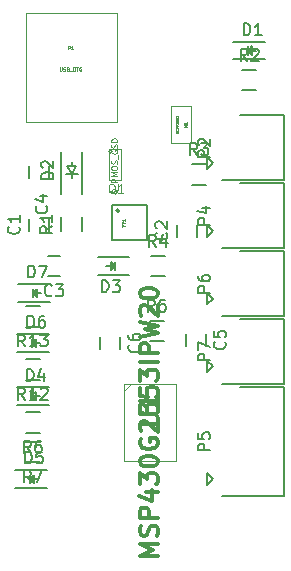
<source format=gto>
%TF.GenerationSoftware,KiCad,Pcbnew,4.0.2-stable*%
%TF.CreationDate,2016-06-26T16:54:10-05:00*%
%TF.ProjectId,knee,6B6E65652E6B696361645F7063620000,rev?*%
%TF.FileFunction,Legend,Top*%
%FSLAX46Y46*%
G04 Gerber Fmt 4.6, Leading zero omitted, Abs format (unit mm)*
G04 Created by KiCad (PCBNEW 4.0.2-stable) date 6/26/2016 4:54:10 PM*
%MOMM*%
G01*
G04 APERTURE LIST*
%ADD10C,0.100000*%
%ADD11C,0.150000*%
%ADD12C,0.001000*%
%ADD13C,0.078740*%
%ADD14C,0.075000*%
%ADD15C,0.050000*%
%ADD16C,0.074930*%
%ADD17C,0.076200*%
%ADD18C,0.119380*%
%ADD19C,0.099060*%
%ADD20C,0.304800*%
G04 APERTURE END LIST*
D10*
D11*
X188291421Y-55575000D02*
G75*
G03X188291421Y-55575000I-141421J0D01*
G01*
X190650000Y-55075000D02*
X190650000Y-58075000D01*
X190650000Y-58075000D02*
X187650000Y-58075000D01*
X187650000Y-58075000D02*
X187650000Y-55075000D01*
X187650000Y-55075000D02*
X190650000Y-55075000D01*
X180650000Y-56250000D02*
X180650000Y-57250000D01*
X182350000Y-57250000D02*
X182350000Y-56250000D01*
X193150000Y-56750000D02*
X193150000Y-57750000D01*
X194850000Y-57750000D02*
X194850000Y-56750000D01*
X182250000Y-61100000D02*
X183250000Y-61100000D01*
X183250000Y-59400000D02*
X182250000Y-59400000D01*
X182350000Y-52750000D02*
X182350000Y-51750000D01*
X180650000Y-51750000D02*
X180650000Y-52750000D01*
X195600000Y-67000000D02*
X195600000Y-66000000D01*
X193900000Y-66000000D02*
X193900000Y-67000000D01*
X188350000Y-67250000D02*
X188350000Y-66250000D01*
X186650000Y-66250000D02*
X186650000Y-67250000D01*
X197949020Y-42750000D02*
X200649020Y-42750000D01*
X197949020Y-41250000D02*
X200649020Y-41250000D01*
X199449020Y-42150000D02*
X199449020Y-41900000D01*
X199449020Y-41900000D02*
X199299020Y-42050000D01*
X199199020Y-41650000D02*
X199199020Y-42350000D01*
X199549020Y-42000000D02*
X199899020Y-42000000D01*
X199199020Y-42000000D02*
X199549020Y-41650000D01*
X199549020Y-41650000D02*
X199549020Y-42350000D01*
X199549020Y-42350000D02*
X199199020Y-42000000D01*
X184250000Y-51817500D02*
X184250000Y-51436500D01*
X184250000Y-52833500D02*
X184250000Y-52452500D01*
X184250000Y-52452500D02*
X183869000Y-51817500D01*
X183869000Y-51817500D02*
X184631000Y-51817500D01*
X184631000Y-51817500D02*
X184250000Y-52452500D01*
X183742000Y-52452500D02*
X184758000Y-52452500D01*
X185150000Y-54135000D02*
X185150000Y-50595000D01*
X183350000Y-54135000D02*
X183350000Y-50595000D01*
X189149020Y-59500000D02*
X186449020Y-59500000D01*
X189149020Y-61000000D02*
X186449020Y-61000000D01*
X187649020Y-60100000D02*
X187649020Y-60350000D01*
X187649020Y-60350000D02*
X187799020Y-60200000D01*
X187899020Y-60600000D02*
X187899020Y-59900000D01*
X187549020Y-60250000D02*
X187199020Y-60250000D01*
X187899020Y-60250000D02*
X187549020Y-60600000D01*
X187549020Y-60600000D02*
X187549020Y-59900000D01*
X187549020Y-59900000D02*
X187899020Y-60250000D01*
X179600980Y-72000000D02*
X182300980Y-72000000D01*
X179600980Y-70500000D02*
X182300980Y-70500000D01*
X181100980Y-71400000D02*
X181100980Y-71150000D01*
X181100980Y-71150000D02*
X180950980Y-71300000D01*
X180850980Y-70900000D02*
X180850980Y-71600000D01*
X181200980Y-71250000D02*
X181550980Y-71250000D01*
X180850980Y-71250000D02*
X181200980Y-70900000D01*
X181200980Y-70900000D02*
X181200980Y-71600000D01*
X181200980Y-71600000D02*
X180850980Y-71250000D01*
X179449020Y-79000000D02*
X182149020Y-79000000D01*
X179449020Y-77500000D02*
X182149020Y-77500000D01*
X180949020Y-78400000D02*
X180949020Y-78150000D01*
X180949020Y-78150000D02*
X180799020Y-78300000D01*
X180699020Y-77900000D02*
X180699020Y-78600000D01*
X181049020Y-78250000D02*
X181399020Y-78250000D01*
X180699020Y-78250000D02*
X181049020Y-77900000D01*
X181049020Y-77900000D02*
X181049020Y-78600000D01*
X181049020Y-78600000D02*
X180699020Y-78250000D01*
D12*
X192700220Y-49799400D02*
X192700220Y-46700600D01*
X192700220Y-46700600D02*
X194402020Y-46700600D01*
X194402020Y-46700600D02*
X194402020Y-49799400D01*
X194402020Y-49799400D02*
X192700220Y-49799400D01*
X180399360Y-38850220D02*
X188100640Y-38850220D01*
X188100640Y-38850220D02*
X188100640Y-48050100D01*
X188100640Y-48050100D02*
X180399360Y-48050100D01*
X180399360Y-48050100D02*
X180399360Y-38850220D01*
D13*
X187705870Y-50526480D02*
G75*
G03X187705870Y-50526480I-159070J0D01*
G01*
X188405320Y-52972500D02*
X187389320Y-52972500D01*
X188405320Y-50369000D02*
X187389320Y-50369000D01*
X187389320Y-52972500D02*
X187389320Y-50369000D01*
X188405320Y-50369000D02*
X188405320Y-52972500D01*
D11*
X185125000Y-56100000D02*
X185125000Y-57300000D01*
X183375000Y-57300000D02*
X183375000Y-56100000D01*
X199900000Y-45375000D02*
X198700000Y-45375000D01*
X198700000Y-43625000D02*
X199900000Y-43625000D01*
X195650000Y-53375000D02*
X194450000Y-53375000D01*
X194450000Y-51625000D02*
X195650000Y-51625000D01*
X192150000Y-61125000D02*
X190950000Y-61125000D01*
X190950000Y-59375000D02*
X192150000Y-59375000D01*
X192050000Y-66625000D02*
X190850000Y-66625000D01*
X190850000Y-64875000D02*
X192050000Y-64875000D01*
X180350000Y-72625000D02*
X181550000Y-72625000D01*
X181550000Y-74375000D02*
X180350000Y-74375000D01*
X180350000Y-75125000D02*
X181550000Y-75125000D01*
X181550000Y-76875000D02*
X180350000Y-76875000D01*
D12*
X193049520Y-70228040D02*
X193049520Y-76725360D01*
X193049520Y-76725360D02*
X188650240Y-76725360D01*
X188650240Y-70228040D02*
X188650240Y-76725360D01*
X193049520Y-70228040D02*
X188650240Y-70228040D01*
X189252220Y-70228040D02*
X188650240Y-70827480D01*
D11*
X179650000Y-67500000D02*
X182350000Y-67500000D01*
X179650000Y-66000000D02*
X182350000Y-66000000D01*
X181150000Y-66900000D02*
X181150000Y-66650000D01*
X181150000Y-66650000D02*
X181000000Y-66800000D01*
X180900000Y-66400000D02*
X180900000Y-67100000D01*
X181250000Y-66750000D02*
X181600000Y-66750000D01*
X180900000Y-66750000D02*
X181250000Y-66400000D01*
X181250000Y-66400000D02*
X181250000Y-67100000D01*
X181250000Y-67100000D02*
X180900000Y-66750000D01*
X179699020Y-63250000D02*
X182399020Y-63250000D01*
X179699020Y-61750000D02*
X182399020Y-61750000D01*
X181199020Y-62650000D02*
X181199020Y-62400000D01*
X181199020Y-62400000D02*
X181049020Y-62550000D01*
X180949020Y-62150000D02*
X180949020Y-62850000D01*
X181299020Y-62500000D02*
X181649020Y-62500000D01*
X180949020Y-62500000D02*
X181299020Y-62150000D01*
X181299020Y-62150000D02*
X181299020Y-62850000D01*
X181299020Y-62850000D02*
X180949020Y-62500000D01*
X196950000Y-58750000D02*
X202200000Y-58750000D01*
X202200000Y-58750000D02*
X202200000Y-53250000D01*
X202200000Y-53250000D02*
X198550000Y-53250000D01*
X196200000Y-57250000D02*
X195700000Y-57750000D01*
X195700000Y-57750000D02*
X195700000Y-56750000D01*
X195700000Y-56750000D02*
X196200000Y-57250000D01*
X196950000Y-79750000D02*
X202200000Y-79750000D01*
X202200000Y-79750000D02*
X202200000Y-70500000D01*
X202200000Y-70500000D02*
X198550000Y-70500000D01*
X196200000Y-78250000D02*
X195700000Y-78750000D01*
X195700000Y-78750000D02*
X195700000Y-77750000D01*
X195700000Y-77750000D02*
X196200000Y-78250000D01*
X196950000Y-64500000D02*
X202200000Y-64500000D01*
X202200000Y-64500000D02*
X202200000Y-59000000D01*
X202200000Y-59000000D02*
X198550000Y-59000000D01*
X196200000Y-63000000D02*
X195700000Y-63500000D01*
X195700000Y-63500000D02*
X195700000Y-62500000D01*
X195700000Y-62500000D02*
X196200000Y-63000000D01*
X196950000Y-70250000D02*
X202200000Y-70250000D01*
X202200000Y-70250000D02*
X202200000Y-64750000D01*
X202200000Y-64750000D02*
X198550000Y-64750000D01*
X196200000Y-68750000D02*
X195700000Y-69250000D01*
X195700000Y-69250000D02*
X195700000Y-68250000D01*
X195700000Y-68250000D02*
X196200000Y-68750000D01*
X180350000Y-68125000D02*
X181550000Y-68125000D01*
X181550000Y-69875000D02*
X180350000Y-69875000D01*
X180350000Y-63625000D02*
X181550000Y-63625000D01*
X181550000Y-65375000D02*
X180350000Y-65375000D01*
X196950000Y-53000000D02*
X202200000Y-53000000D01*
X202200000Y-53000000D02*
X202200000Y-47500000D01*
X202200000Y-47500000D02*
X198550000Y-47500000D01*
X196200000Y-51500000D02*
X195700000Y-52000000D01*
X195700000Y-52000000D02*
X195700000Y-51000000D01*
X195700000Y-51000000D02*
X196200000Y-51500000D01*
D14*
X188757143Y-56860714D02*
X188771429Y-56846429D01*
X188785714Y-56860714D01*
X188771429Y-56875000D01*
X188757143Y-56860714D01*
X188785714Y-56860714D01*
X188500000Y-56917857D02*
X188485714Y-56889286D01*
X188485714Y-56817857D01*
X188500000Y-56789286D01*
X188528571Y-56775000D01*
X188557143Y-56775000D01*
X188585714Y-56789286D01*
X188600000Y-56803571D01*
X188614286Y-56832143D01*
X188628571Y-56846429D01*
X188657143Y-56860714D01*
X188671429Y-56860714D01*
X188757143Y-56603571D02*
X188771429Y-56589286D01*
X188785714Y-56603571D01*
X188771429Y-56617857D01*
X188757143Y-56603571D01*
X188785714Y-56603571D01*
X188500000Y-56660714D02*
X188485714Y-56632143D01*
X188485714Y-56560714D01*
X188500000Y-56532143D01*
X188528571Y-56517857D01*
X188557143Y-56517857D01*
X188585714Y-56532143D01*
X188600000Y-56546428D01*
X188614286Y-56575000D01*
X188628571Y-56589286D01*
X188657143Y-56603571D01*
X188671429Y-56603571D01*
X188785714Y-56232143D02*
X188785714Y-56403571D01*
X188785714Y-56317857D02*
X188485714Y-56317857D01*
X188528571Y-56346428D01*
X188557143Y-56375000D01*
X188571429Y-56403571D01*
D11*
X179757143Y-56916666D02*
X179804762Y-56964285D01*
X179852381Y-57107142D01*
X179852381Y-57202380D01*
X179804762Y-57345238D01*
X179709524Y-57440476D01*
X179614286Y-57488095D01*
X179423810Y-57535714D01*
X179280952Y-57535714D01*
X179090476Y-57488095D01*
X178995238Y-57440476D01*
X178900000Y-57345238D01*
X178852381Y-57202380D01*
X178852381Y-57107142D01*
X178900000Y-56964285D01*
X178947619Y-56916666D01*
X179852381Y-55964285D02*
X179852381Y-56535714D01*
X179852381Y-56250000D02*
X178852381Y-56250000D01*
X178995238Y-56345238D01*
X179090476Y-56440476D01*
X179138095Y-56535714D01*
X192257143Y-57416666D02*
X192304762Y-57464285D01*
X192352381Y-57607142D01*
X192352381Y-57702380D01*
X192304762Y-57845238D01*
X192209524Y-57940476D01*
X192114286Y-57988095D01*
X191923810Y-58035714D01*
X191780952Y-58035714D01*
X191590476Y-57988095D01*
X191495238Y-57940476D01*
X191400000Y-57845238D01*
X191352381Y-57702380D01*
X191352381Y-57607142D01*
X191400000Y-57464285D01*
X191447619Y-57416666D01*
X191447619Y-57035714D02*
X191400000Y-56988095D01*
X191352381Y-56892857D01*
X191352381Y-56654761D01*
X191400000Y-56559523D01*
X191447619Y-56511904D01*
X191542857Y-56464285D01*
X191638095Y-56464285D01*
X191780952Y-56511904D01*
X192352381Y-57083333D01*
X192352381Y-56464285D01*
X182583334Y-62707143D02*
X182535715Y-62754762D01*
X182392858Y-62802381D01*
X182297620Y-62802381D01*
X182154762Y-62754762D01*
X182059524Y-62659524D01*
X182011905Y-62564286D01*
X181964286Y-62373810D01*
X181964286Y-62230952D01*
X182011905Y-62040476D01*
X182059524Y-61945238D01*
X182154762Y-61850000D01*
X182297620Y-61802381D01*
X182392858Y-61802381D01*
X182535715Y-61850000D01*
X182583334Y-61897619D01*
X182916667Y-61802381D02*
X183535715Y-61802381D01*
X183202381Y-62183333D01*
X183345239Y-62183333D01*
X183440477Y-62230952D01*
X183488096Y-62278571D01*
X183535715Y-62373810D01*
X183535715Y-62611905D01*
X183488096Y-62707143D01*
X183440477Y-62754762D01*
X183345239Y-62802381D01*
X183059524Y-62802381D01*
X182964286Y-62754762D01*
X182916667Y-62707143D01*
X182107143Y-55166666D02*
X182154762Y-55214285D01*
X182202381Y-55357142D01*
X182202381Y-55452380D01*
X182154762Y-55595238D01*
X182059524Y-55690476D01*
X181964286Y-55738095D01*
X181773810Y-55785714D01*
X181630952Y-55785714D01*
X181440476Y-55738095D01*
X181345238Y-55690476D01*
X181250000Y-55595238D01*
X181202381Y-55452380D01*
X181202381Y-55357142D01*
X181250000Y-55214285D01*
X181297619Y-55166666D01*
X181535714Y-54309523D02*
X182202381Y-54309523D01*
X181154762Y-54547619D02*
X181869048Y-54785714D01*
X181869048Y-54166666D01*
X197207143Y-66666666D02*
X197254762Y-66714285D01*
X197302381Y-66857142D01*
X197302381Y-66952380D01*
X197254762Y-67095238D01*
X197159524Y-67190476D01*
X197064286Y-67238095D01*
X196873810Y-67285714D01*
X196730952Y-67285714D01*
X196540476Y-67238095D01*
X196445238Y-67190476D01*
X196350000Y-67095238D01*
X196302381Y-66952380D01*
X196302381Y-66857142D01*
X196350000Y-66714285D01*
X196397619Y-66666666D01*
X196302381Y-65761904D02*
X196302381Y-66238095D01*
X196778571Y-66285714D01*
X196730952Y-66238095D01*
X196683333Y-66142857D01*
X196683333Y-65904761D01*
X196730952Y-65809523D01*
X196778571Y-65761904D01*
X196873810Y-65714285D01*
X197111905Y-65714285D01*
X197207143Y-65761904D01*
X197254762Y-65809523D01*
X197302381Y-65904761D01*
X197302381Y-66142857D01*
X197254762Y-66238095D01*
X197207143Y-66285714D01*
X189957143Y-66916666D02*
X190004762Y-66964285D01*
X190052381Y-67107142D01*
X190052381Y-67202380D01*
X190004762Y-67345238D01*
X189909524Y-67440476D01*
X189814286Y-67488095D01*
X189623810Y-67535714D01*
X189480952Y-67535714D01*
X189290476Y-67488095D01*
X189195238Y-67440476D01*
X189100000Y-67345238D01*
X189052381Y-67202380D01*
X189052381Y-67107142D01*
X189100000Y-66964285D01*
X189147619Y-66916666D01*
X189052381Y-66059523D02*
X189052381Y-66250000D01*
X189100000Y-66345238D01*
X189147619Y-66392857D01*
X189290476Y-66488095D01*
X189480952Y-66535714D01*
X189861905Y-66535714D01*
X189957143Y-66488095D01*
X190004762Y-66440476D01*
X190052381Y-66345238D01*
X190052381Y-66154761D01*
X190004762Y-66059523D01*
X189957143Y-66011904D01*
X189861905Y-65964285D01*
X189623810Y-65964285D01*
X189528571Y-66011904D01*
X189480952Y-66059523D01*
X189433333Y-66154761D01*
X189433333Y-66345238D01*
X189480952Y-66440476D01*
X189528571Y-66488095D01*
X189623810Y-66535714D01*
X198810925Y-40702381D02*
X198810925Y-39702381D01*
X199049020Y-39702381D01*
X199191878Y-39750000D01*
X199287116Y-39845238D01*
X199334735Y-39940476D01*
X199382354Y-40130952D01*
X199382354Y-40273810D01*
X199334735Y-40464286D01*
X199287116Y-40559524D01*
X199191878Y-40654762D01*
X199049020Y-40702381D01*
X198810925Y-40702381D01*
X200334735Y-40702381D02*
X199763306Y-40702381D01*
X200049020Y-40702381D02*
X200049020Y-39702381D01*
X199953782Y-39845238D01*
X199858544Y-39940476D01*
X199763306Y-39988095D01*
X182702381Y-52873095D02*
X181702381Y-52873095D01*
X181702381Y-52635000D01*
X181750000Y-52492142D01*
X181845238Y-52396904D01*
X181940476Y-52349285D01*
X182130952Y-52301666D01*
X182273810Y-52301666D01*
X182464286Y-52349285D01*
X182559524Y-52396904D01*
X182654762Y-52492142D01*
X182702381Y-52635000D01*
X182702381Y-52873095D01*
X181797619Y-51920714D02*
X181750000Y-51873095D01*
X181702381Y-51777857D01*
X181702381Y-51539761D01*
X181750000Y-51444523D01*
X181797619Y-51396904D01*
X181892857Y-51349285D01*
X181988095Y-51349285D01*
X182130952Y-51396904D01*
X182702381Y-51968333D01*
X182702381Y-51349285D01*
X186810925Y-62452381D02*
X186810925Y-61452381D01*
X187049020Y-61452381D01*
X187191878Y-61500000D01*
X187287116Y-61595238D01*
X187334735Y-61690476D01*
X187382354Y-61880952D01*
X187382354Y-62023810D01*
X187334735Y-62214286D01*
X187287116Y-62309524D01*
X187191878Y-62404762D01*
X187049020Y-62452381D01*
X186810925Y-62452381D01*
X187715687Y-61452381D02*
X188334735Y-61452381D01*
X188001401Y-61833333D01*
X188144259Y-61833333D01*
X188239497Y-61880952D01*
X188287116Y-61928571D01*
X188334735Y-62023810D01*
X188334735Y-62261905D01*
X188287116Y-62357143D01*
X188239497Y-62404762D01*
X188144259Y-62452381D01*
X187858544Y-62452381D01*
X187763306Y-62404762D01*
X187715687Y-62357143D01*
X180462885Y-69952381D02*
X180462885Y-68952381D01*
X180700980Y-68952381D01*
X180843838Y-69000000D01*
X180939076Y-69095238D01*
X180986695Y-69190476D01*
X181034314Y-69380952D01*
X181034314Y-69523810D01*
X180986695Y-69714286D01*
X180939076Y-69809524D01*
X180843838Y-69904762D01*
X180700980Y-69952381D01*
X180462885Y-69952381D01*
X181891457Y-69285714D02*
X181891457Y-69952381D01*
X181653361Y-68904762D02*
X181415266Y-69619048D01*
X182034314Y-69619048D01*
X180310925Y-76952381D02*
X180310925Y-75952381D01*
X180549020Y-75952381D01*
X180691878Y-76000000D01*
X180787116Y-76095238D01*
X180834735Y-76190476D01*
X180882354Y-76380952D01*
X180882354Y-76523810D01*
X180834735Y-76714286D01*
X180787116Y-76809524D01*
X180691878Y-76904762D01*
X180549020Y-76952381D01*
X180310925Y-76952381D01*
X181787116Y-75952381D02*
X181310925Y-75952381D01*
X181263306Y-76428571D01*
X181310925Y-76380952D01*
X181406163Y-76333333D01*
X181644259Y-76333333D01*
X181739497Y-76380952D01*
X181787116Y-76428571D01*
X181834735Y-76523810D01*
X181834735Y-76761905D01*
X181787116Y-76857143D01*
X181739497Y-76904762D01*
X181644259Y-76952381D01*
X181406163Y-76952381D01*
X181310925Y-76904762D01*
X181263306Y-76857143D01*
D15*
X193992116Y-48445238D02*
X193792116Y-48445238D01*
X193973069Y-48235714D02*
X193982592Y-48245238D01*
X193992116Y-48273809D01*
X193992116Y-48292857D01*
X193982592Y-48321429D01*
X193963545Y-48340476D01*
X193944497Y-48350000D01*
X193906402Y-48359524D01*
X193877830Y-48359524D01*
X193839735Y-48350000D01*
X193820688Y-48340476D01*
X193801640Y-48321429D01*
X193792116Y-48292857D01*
X193792116Y-48273809D01*
X193801640Y-48245238D01*
X193811164Y-48235714D01*
X193992116Y-48045238D02*
X193992116Y-48159524D01*
X193992116Y-48102381D02*
X193792116Y-48102381D01*
X193820688Y-48121429D01*
X193839735Y-48140476D01*
X193849259Y-48159524D01*
X193261596Y-49022856D02*
X193061596Y-49022856D01*
X193204453Y-48956189D01*
X193061596Y-48889523D01*
X193261596Y-48889523D01*
X193242549Y-48679999D02*
X193252072Y-48689523D01*
X193261596Y-48718094D01*
X193261596Y-48737142D01*
X193252072Y-48765714D01*
X193233025Y-48784761D01*
X193213977Y-48794285D01*
X193175882Y-48803809D01*
X193147310Y-48803809D01*
X193109215Y-48794285D01*
X193090168Y-48784761D01*
X193071120Y-48765714D01*
X193061596Y-48737142D01*
X193061596Y-48718094D01*
X193071120Y-48689523D01*
X193080644Y-48679999D01*
X193261596Y-48594285D02*
X193061596Y-48594285D01*
X193061596Y-48518094D01*
X193071120Y-48499047D01*
X193080644Y-48489523D01*
X193099691Y-48479999D01*
X193128263Y-48479999D01*
X193147310Y-48489523D01*
X193156834Y-48499047D01*
X193166358Y-48518094D01*
X193166358Y-48594285D01*
X193061596Y-48413333D02*
X193061596Y-48279999D01*
X193261596Y-48365714D01*
X193061596Y-48222857D02*
X193061596Y-48099047D01*
X193137787Y-48165714D01*
X193137787Y-48137142D01*
X193147310Y-48118095D01*
X193156834Y-48108571D01*
X193175882Y-48099047D01*
X193223501Y-48099047D01*
X193242549Y-48108571D01*
X193252072Y-48118095D01*
X193261596Y-48137142D01*
X193261596Y-48194285D01*
X193252072Y-48213333D01*
X193242549Y-48222857D01*
X193147310Y-47984762D02*
X193137787Y-48003809D01*
X193128263Y-48013333D01*
X193109215Y-48022857D01*
X193099691Y-48022857D01*
X193080644Y-48013333D01*
X193071120Y-48003809D01*
X193061596Y-47984762D01*
X193061596Y-47946666D01*
X193071120Y-47927619D01*
X193080644Y-47918095D01*
X193099691Y-47908571D01*
X193109215Y-47908571D01*
X193128263Y-47918095D01*
X193137787Y-47927619D01*
X193147310Y-47946666D01*
X193147310Y-47984762D01*
X193156834Y-48003809D01*
X193166358Y-48013333D01*
X193185406Y-48022857D01*
X193223501Y-48022857D01*
X193242549Y-48013333D01*
X193252072Y-48003809D01*
X193261596Y-47984762D01*
X193261596Y-47946666D01*
X193252072Y-47927619D01*
X193242549Y-47918095D01*
X193223501Y-47908571D01*
X193185406Y-47908571D01*
X193166358Y-47918095D01*
X193156834Y-47927619D01*
X193147310Y-47946666D01*
X193061596Y-47841905D02*
X193061596Y-47718095D01*
X193137787Y-47784762D01*
X193137787Y-47756190D01*
X193147310Y-47737143D01*
X193156834Y-47727619D01*
X193175882Y-47718095D01*
X193223501Y-47718095D01*
X193242549Y-47727619D01*
X193252072Y-47737143D01*
X193261596Y-47756190D01*
X193261596Y-47813333D01*
X193252072Y-47832381D01*
X193242549Y-47841905D01*
X193261596Y-47527619D02*
X193261596Y-47641905D01*
X193261596Y-47584762D02*
X193061596Y-47584762D01*
X193090168Y-47603810D01*
X193109215Y-47622857D01*
X193118739Y-47641905D01*
D16*
X183939678Y-41911048D02*
X183939678Y-41611328D01*
X184053857Y-41611328D01*
X184082402Y-41625600D01*
X184096674Y-41639872D01*
X184110946Y-41668417D01*
X184110946Y-41711234D01*
X184096674Y-41739779D01*
X184082402Y-41754051D01*
X184053857Y-41768324D01*
X183939678Y-41768324D01*
X184396394Y-41911048D02*
X184225126Y-41911048D01*
X184310760Y-41911048D02*
X184310760Y-41611328D01*
X184282215Y-41654145D01*
X184253670Y-41682690D01*
X184225126Y-41696962D01*
D17*
D16*
X183247468Y-43411328D02*
X183247468Y-43653958D01*
X183261740Y-43682503D01*
X183276013Y-43696775D01*
X183304557Y-43711048D01*
X183361647Y-43711048D01*
X183390192Y-43696775D01*
X183404464Y-43682503D01*
X183418736Y-43653958D01*
X183418736Y-43411328D01*
X183547188Y-43696775D02*
X183590005Y-43711048D01*
X183661367Y-43711048D01*
X183689911Y-43696775D01*
X183704184Y-43682503D01*
X183718456Y-43653958D01*
X183718456Y-43625413D01*
X183704184Y-43596869D01*
X183689911Y-43582596D01*
X183661367Y-43568324D01*
X183604277Y-43554051D01*
X183575732Y-43539779D01*
X183561460Y-43525507D01*
X183547188Y-43496962D01*
X183547188Y-43468417D01*
X183561460Y-43439872D01*
X183575732Y-43425600D01*
X183604277Y-43411328D01*
X183675639Y-43411328D01*
X183718456Y-43425600D01*
X183946815Y-43554051D02*
X183989632Y-43568324D01*
X184003904Y-43582596D01*
X184018176Y-43611141D01*
X184018176Y-43653958D01*
X184003904Y-43682503D01*
X183989632Y-43696775D01*
X183961087Y-43711048D01*
X183846908Y-43711048D01*
X183846908Y-43411328D01*
X183946815Y-43411328D01*
X183975359Y-43425600D01*
X183989632Y-43439872D01*
X184003904Y-43468417D01*
X184003904Y-43496962D01*
X183989632Y-43525507D01*
X183975359Y-43539779D01*
X183946815Y-43554051D01*
X183846908Y-43554051D01*
X184075266Y-43739592D02*
X184303624Y-43739592D01*
X184432075Y-43411328D02*
X184489165Y-43411328D01*
X184517710Y-43425600D01*
X184546254Y-43454145D01*
X184560527Y-43511234D01*
X184560527Y-43611141D01*
X184546254Y-43668230D01*
X184517710Y-43696775D01*
X184489165Y-43711048D01*
X184432075Y-43711048D01*
X184403531Y-43696775D01*
X184374986Y-43668230D01*
X184360714Y-43611141D01*
X184360714Y-43511234D01*
X184374986Y-43454145D01*
X184403531Y-43425600D01*
X184432075Y-43411328D01*
X184646161Y-43411328D02*
X184817429Y-43411328D01*
X184731795Y-43711048D02*
X184731795Y-43411328D01*
X185074332Y-43425600D02*
X185045787Y-43411328D01*
X185002970Y-43411328D01*
X184960153Y-43425600D01*
X184931608Y-43454145D01*
X184917336Y-43482690D01*
X184903064Y-43539779D01*
X184903064Y-43582596D01*
X184917336Y-43639686D01*
X184931608Y-43668230D01*
X184960153Y-43696775D01*
X185002970Y-43711048D01*
X185031515Y-43711048D01*
X185074332Y-43696775D01*
X185088604Y-43682503D01*
X185088604Y-43582596D01*
X185031515Y-43582596D01*
D17*
D18*
X187923809Y-54118766D02*
X187851237Y-54082480D01*
X187778666Y-54009909D01*
X187669809Y-53901051D01*
X187597237Y-53864766D01*
X187524666Y-53864766D01*
X187560951Y-54046194D02*
X187488380Y-54009909D01*
X187415809Y-53937337D01*
X187379523Y-53792194D01*
X187379523Y-53538194D01*
X187415809Y-53393051D01*
X187488380Y-53320480D01*
X187560951Y-53284194D01*
X187706094Y-53284194D01*
X187778666Y-53320480D01*
X187851237Y-53393051D01*
X187887523Y-53538194D01*
X187887523Y-53792194D01*
X187851237Y-53937337D01*
X187778666Y-54009909D01*
X187706094Y-54046194D01*
X187560951Y-54046194D01*
X188613237Y-54046194D02*
X188177809Y-54046194D01*
X188395523Y-54046194D02*
X188395523Y-53284194D01*
X188322952Y-53393051D01*
X188250380Y-53465623D01*
X188177809Y-53501909D01*
D19*
X188171338Y-53731778D02*
X188147510Y-53779433D01*
X188099855Y-53827089D01*
X188028372Y-53898572D01*
X188004544Y-53946227D01*
X188004544Y-53993882D01*
X188123682Y-53970054D02*
X188099855Y-54017710D01*
X188052200Y-54065365D01*
X187956889Y-54089193D01*
X187790096Y-54089193D01*
X187694785Y-54065365D01*
X187647130Y-54017710D01*
X187623302Y-53970054D01*
X187623302Y-53874744D01*
X187647130Y-53827089D01*
X187694785Y-53779433D01*
X187790096Y-53755606D01*
X187956889Y-53755606D01*
X188052200Y-53779433D01*
X188099855Y-53827089D01*
X188123682Y-53874744D01*
X188123682Y-53970054D01*
X188171338Y-53660295D02*
X188171338Y-53279053D01*
X188123682Y-53159915D02*
X187623302Y-53159915D01*
X187623302Y-52969294D01*
X187647130Y-52921639D01*
X187670958Y-52897811D01*
X187718613Y-52873983D01*
X187790096Y-52873983D01*
X187837751Y-52897811D01*
X187861579Y-52921639D01*
X187885406Y-52969294D01*
X187885406Y-53159915D01*
X188123682Y-52659535D02*
X187623302Y-52659535D01*
X187980717Y-52492742D01*
X187623302Y-52325948D01*
X188123682Y-52325948D01*
X187623302Y-51992361D02*
X187623302Y-51897051D01*
X187647130Y-51849396D01*
X187694785Y-51801740D01*
X187790096Y-51777913D01*
X187956889Y-51777913D01*
X188052200Y-51801740D01*
X188099855Y-51849396D01*
X188123682Y-51897051D01*
X188123682Y-51992361D01*
X188099855Y-52040017D01*
X188052200Y-52087672D01*
X187956889Y-52111500D01*
X187790096Y-52111500D01*
X187694785Y-52087672D01*
X187647130Y-52040017D01*
X187623302Y-51992361D01*
X188099855Y-51587292D02*
X188123682Y-51515809D01*
X188123682Y-51396671D01*
X188099855Y-51349015D01*
X188076027Y-51325188D01*
X188028372Y-51301360D01*
X187980717Y-51301360D01*
X187933061Y-51325188D01*
X187909234Y-51349015D01*
X187885406Y-51396671D01*
X187861579Y-51491981D01*
X187837751Y-51539636D01*
X187813923Y-51563464D01*
X187766268Y-51587292D01*
X187718613Y-51587292D01*
X187670958Y-51563464D01*
X187647130Y-51539636D01*
X187623302Y-51491981D01*
X187623302Y-51372843D01*
X187647130Y-51301360D01*
X188171338Y-51206050D02*
X188171338Y-50824808D01*
X187647130Y-50443566D02*
X187623302Y-50491221D01*
X187623302Y-50562704D01*
X187647130Y-50634187D01*
X187694785Y-50681842D01*
X187742440Y-50705670D01*
X187837751Y-50729498D01*
X187909234Y-50729498D01*
X188004544Y-50705670D01*
X188052200Y-50681842D01*
X188099855Y-50634187D01*
X188123682Y-50562704D01*
X188123682Y-50515049D01*
X188099855Y-50443566D01*
X188076027Y-50419738D01*
X187909234Y-50419738D01*
X187909234Y-50515049D01*
X188099855Y-50229118D02*
X188123682Y-50157635D01*
X188123682Y-50038497D01*
X188099855Y-49990841D01*
X188076027Y-49967014D01*
X188028372Y-49943186D01*
X187980717Y-49943186D01*
X187933061Y-49967014D01*
X187909234Y-49990841D01*
X187885406Y-50038497D01*
X187861579Y-50133807D01*
X187837751Y-50181462D01*
X187813923Y-50205290D01*
X187766268Y-50229118D01*
X187718613Y-50229118D01*
X187670958Y-50205290D01*
X187647130Y-50181462D01*
X187623302Y-50133807D01*
X187623302Y-50014669D01*
X187647130Y-49943186D01*
X188123682Y-49728738D02*
X187623302Y-49728738D01*
X187623302Y-49609600D01*
X187647130Y-49538117D01*
X187694785Y-49490462D01*
X187742440Y-49466634D01*
X187837751Y-49442806D01*
X187909234Y-49442806D01*
X188004544Y-49466634D01*
X188052200Y-49490462D01*
X188099855Y-49538117D01*
X188123682Y-49609600D01*
X188123682Y-49728738D01*
D11*
X182602381Y-56866666D02*
X182126190Y-57200000D01*
X182602381Y-57438095D02*
X181602381Y-57438095D01*
X181602381Y-57057142D01*
X181650000Y-56961904D01*
X181697619Y-56914285D01*
X181792857Y-56866666D01*
X181935714Y-56866666D01*
X182030952Y-56914285D01*
X182078571Y-56961904D01*
X182126190Y-57057142D01*
X182126190Y-57438095D01*
X182602381Y-55914285D02*
X182602381Y-56485714D01*
X182602381Y-56200000D02*
X181602381Y-56200000D01*
X181745238Y-56295238D01*
X181840476Y-56390476D01*
X181888095Y-56485714D01*
X199133334Y-42852381D02*
X198800000Y-42376190D01*
X198561905Y-42852381D02*
X198561905Y-41852381D01*
X198942858Y-41852381D01*
X199038096Y-41900000D01*
X199085715Y-41947619D01*
X199133334Y-42042857D01*
X199133334Y-42185714D01*
X199085715Y-42280952D01*
X199038096Y-42328571D01*
X198942858Y-42376190D01*
X198561905Y-42376190D01*
X199514286Y-41947619D02*
X199561905Y-41900000D01*
X199657143Y-41852381D01*
X199895239Y-41852381D01*
X199990477Y-41900000D01*
X200038096Y-41947619D01*
X200085715Y-42042857D01*
X200085715Y-42138095D01*
X200038096Y-42280952D01*
X199466667Y-42852381D01*
X200085715Y-42852381D01*
X194883334Y-50852381D02*
X194550000Y-50376190D01*
X194311905Y-50852381D02*
X194311905Y-49852381D01*
X194692858Y-49852381D01*
X194788096Y-49900000D01*
X194835715Y-49947619D01*
X194883334Y-50042857D01*
X194883334Y-50185714D01*
X194835715Y-50280952D01*
X194788096Y-50328571D01*
X194692858Y-50376190D01*
X194311905Y-50376190D01*
X195216667Y-49852381D02*
X195835715Y-49852381D01*
X195502381Y-50233333D01*
X195645239Y-50233333D01*
X195740477Y-50280952D01*
X195788096Y-50328571D01*
X195835715Y-50423810D01*
X195835715Y-50661905D01*
X195788096Y-50757143D01*
X195740477Y-50804762D01*
X195645239Y-50852381D01*
X195359524Y-50852381D01*
X195264286Y-50804762D01*
X195216667Y-50757143D01*
X191383334Y-58602381D02*
X191050000Y-58126190D01*
X190811905Y-58602381D02*
X190811905Y-57602381D01*
X191192858Y-57602381D01*
X191288096Y-57650000D01*
X191335715Y-57697619D01*
X191383334Y-57792857D01*
X191383334Y-57935714D01*
X191335715Y-58030952D01*
X191288096Y-58078571D01*
X191192858Y-58126190D01*
X190811905Y-58126190D01*
X192240477Y-57935714D02*
X192240477Y-58602381D01*
X192002381Y-57554762D02*
X191764286Y-58269048D01*
X192383334Y-58269048D01*
X191283334Y-64102381D02*
X190950000Y-63626190D01*
X190711905Y-64102381D02*
X190711905Y-63102381D01*
X191092858Y-63102381D01*
X191188096Y-63150000D01*
X191235715Y-63197619D01*
X191283334Y-63292857D01*
X191283334Y-63435714D01*
X191235715Y-63530952D01*
X191188096Y-63578571D01*
X191092858Y-63626190D01*
X190711905Y-63626190D01*
X192188096Y-63102381D02*
X191711905Y-63102381D01*
X191664286Y-63578571D01*
X191711905Y-63530952D01*
X191807143Y-63483333D01*
X192045239Y-63483333D01*
X192140477Y-63530952D01*
X192188096Y-63578571D01*
X192235715Y-63673810D01*
X192235715Y-63911905D01*
X192188096Y-64007143D01*
X192140477Y-64054762D01*
X192045239Y-64102381D01*
X191807143Y-64102381D01*
X191711905Y-64054762D01*
X191664286Y-64007143D01*
X180783334Y-76052381D02*
X180450000Y-75576190D01*
X180211905Y-76052381D02*
X180211905Y-75052381D01*
X180592858Y-75052381D01*
X180688096Y-75100000D01*
X180735715Y-75147619D01*
X180783334Y-75242857D01*
X180783334Y-75385714D01*
X180735715Y-75480952D01*
X180688096Y-75528571D01*
X180592858Y-75576190D01*
X180211905Y-75576190D01*
X181640477Y-75052381D02*
X181450000Y-75052381D01*
X181354762Y-75100000D01*
X181307143Y-75147619D01*
X181211905Y-75290476D01*
X181164286Y-75480952D01*
X181164286Y-75861905D01*
X181211905Y-75957143D01*
X181259524Y-76004762D01*
X181354762Y-76052381D01*
X181545239Y-76052381D01*
X181640477Y-76004762D01*
X181688096Y-75957143D01*
X181735715Y-75861905D01*
X181735715Y-75623810D01*
X181688096Y-75528571D01*
X181640477Y-75480952D01*
X181545239Y-75433333D01*
X181354762Y-75433333D01*
X181259524Y-75480952D01*
X181211905Y-75528571D01*
X181164286Y-75623810D01*
X180783334Y-78552381D02*
X180450000Y-78076190D01*
X180211905Y-78552381D02*
X180211905Y-77552381D01*
X180592858Y-77552381D01*
X180688096Y-77600000D01*
X180735715Y-77647619D01*
X180783334Y-77742857D01*
X180783334Y-77885714D01*
X180735715Y-77980952D01*
X180688096Y-78028571D01*
X180592858Y-78076190D01*
X180211905Y-78076190D01*
X181116667Y-77552381D02*
X181783334Y-77552381D01*
X181354762Y-78552381D01*
D20*
X190015309Y-73661143D02*
X191249023Y-73661143D01*
X191394166Y-73588571D01*
X191466737Y-73516000D01*
X191539309Y-73370857D01*
X191539309Y-73080571D01*
X191466737Y-72935429D01*
X191394166Y-72862857D01*
X191249023Y-72790286D01*
X190015309Y-72790286D01*
X191539309Y-71266286D02*
X191539309Y-72137143D01*
X191539309Y-71701715D02*
X190015309Y-71701715D01*
X190233023Y-71846858D01*
X190378166Y-71992000D01*
X190450737Y-72137143D01*
X191539309Y-84761559D02*
X190015309Y-84761559D01*
X191103880Y-84253559D01*
X190015309Y-83745559D01*
X191539309Y-83745559D01*
X191466737Y-83092416D02*
X191539309Y-82874702D01*
X191539309Y-82511845D01*
X191466737Y-82366702D01*
X191394166Y-82294131D01*
X191249023Y-82221559D01*
X191103880Y-82221559D01*
X190958737Y-82294131D01*
X190886166Y-82366702D01*
X190813594Y-82511845D01*
X190741023Y-82802131D01*
X190668451Y-82947273D01*
X190595880Y-83019845D01*
X190450737Y-83092416D01*
X190305594Y-83092416D01*
X190160451Y-83019845D01*
X190087880Y-82947273D01*
X190015309Y-82802131D01*
X190015309Y-82439273D01*
X190087880Y-82221559D01*
X191539309Y-81568416D02*
X190015309Y-81568416D01*
X190015309Y-80987844D01*
X190087880Y-80842702D01*
X190160451Y-80770130D01*
X190305594Y-80697559D01*
X190523309Y-80697559D01*
X190668451Y-80770130D01*
X190741023Y-80842702D01*
X190813594Y-80987844D01*
X190813594Y-81568416D01*
X190523309Y-79391273D02*
X191539309Y-79391273D01*
X189942737Y-79754130D02*
X191031309Y-80116987D01*
X191031309Y-79173559D01*
X190015309Y-78738130D02*
X190015309Y-77794701D01*
X190595880Y-78302701D01*
X190595880Y-78084987D01*
X190668451Y-77939844D01*
X190741023Y-77867273D01*
X190886166Y-77794701D01*
X191249023Y-77794701D01*
X191394166Y-77867273D01*
X191466737Y-77939844D01*
X191539309Y-78084987D01*
X191539309Y-78520415D01*
X191466737Y-78665558D01*
X191394166Y-78738130D01*
X190015309Y-76851272D02*
X190015309Y-76706129D01*
X190087880Y-76560986D01*
X190160451Y-76488415D01*
X190305594Y-76415844D01*
X190595880Y-76343272D01*
X190958737Y-76343272D01*
X191249023Y-76415844D01*
X191394166Y-76488415D01*
X191466737Y-76560986D01*
X191539309Y-76706129D01*
X191539309Y-76851272D01*
X191466737Y-76996415D01*
X191394166Y-77068986D01*
X191249023Y-77141558D01*
X190958737Y-77214129D01*
X190595880Y-77214129D01*
X190305594Y-77141558D01*
X190160451Y-77068986D01*
X190087880Y-76996415D01*
X190015309Y-76851272D01*
X190087880Y-74891843D02*
X190015309Y-75036986D01*
X190015309Y-75254700D01*
X190087880Y-75472415D01*
X190233023Y-75617557D01*
X190378166Y-75690129D01*
X190668451Y-75762700D01*
X190886166Y-75762700D01*
X191176451Y-75690129D01*
X191321594Y-75617557D01*
X191466737Y-75472415D01*
X191539309Y-75254700D01*
X191539309Y-75109557D01*
X191466737Y-74891843D01*
X191394166Y-74819272D01*
X190886166Y-74819272D01*
X190886166Y-75109557D01*
X190160451Y-74238700D02*
X190087880Y-74166129D01*
X190015309Y-74020986D01*
X190015309Y-73658129D01*
X190087880Y-73512986D01*
X190160451Y-73440415D01*
X190305594Y-73367843D01*
X190450737Y-73367843D01*
X190668451Y-73440415D01*
X191539309Y-74311272D01*
X191539309Y-73367843D01*
X190015309Y-71988986D02*
X190015309Y-72714700D01*
X190741023Y-72787271D01*
X190668451Y-72714700D01*
X190595880Y-72569557D01*
X190595880Y-72206700D01*
X190668451Y-72061557D01*
X190741023Y-71988986D01*
X190886166Y-71916414D01*
X191249023Y-71916414D01*
X191394166Y-71988986D01*
X191466737Y-72061557D01*
X191539309Y-72206700D01*
X191539309Y-72569557D01*
X191466737Y-72714700D01*
X191394166Y-72787271D01*
X190015309Y-70537557D02*
X190015309Y-71263271D01*
X190741023Y-71335842D01*
X190668451Y-71263271D01*
X190595880Y-71118128D01*
X190595880Y-70755271D01*
X190668451Y-70610128D01*
X190741023Y-70537557D01*
X190886166Y-70464985D01*
X191249023Y-70464985D01*
X191394166Y-70537557D01*
X191466737Y-70610128D01*
X191539309Y-70755271D01*
X191539309Y-71118128D01*
X191466737Y-71263271D01*
X191394166Y-71335842D01*
X190015309Y-69956985D02*
X190015309Y-69013556D01*
X190595880Y-69521556D01*
X190595880Y-69303842D01*
X190668451Y-69158699D01*
X190741023Y-69086128D01*
X190886166Y-69013556D01*
X191249023Y-69013556D01*
X191394166Y-69086128D01*
X191466737Y-69158699D01*
X191539309Y-69303842D01*
X191539309Y-69739270D01*
X191466737Y-69884413D01*
X191394166Y-69956985D01*
X191539309Y-68360413D02*
X190015309Y-68360413D01*
X191539309Y-67634699D02*
X190015309Y-67634699D01*
X190015309Y-67054127D01*
X190087880Y-66908985D01*
X190160451Y-66836413D01*
X190305594Y-66763842D01*
X190523309Y-66763842D01*
X190668451Y-66836413D01*
X190741023Y-66908985D01*
X190813594Y-67054127D01*
X190813594Y-67634699D01*
X190015309Y-66255842D02*
X191539309Y-65892985D01*
X190450737Y-65602699D01*
X191539309Y-65312413D01*
X190015309Y-64949556D01*
X190160451Y-64441556D02*
X190087880Y-64368985D01*
X190015309Y-64223842D01*
X190015309Y-63860985D01*
X190087880Y-63715842D01*
X190160451Y-63643271D01*
X190305594Y-63570699D01*
X190450737Y-63570699D01*
X190668451Y-63643271D01*
X191539309Y-64514128D01*
X191539309Y-63570699D01*
X190015309Y-62627270D02*
X190015309Y-62482127D01*
X190087880Y-62336984D01*
X190160451Y-62264413D01*
X190305594Y-62191842D01*
X190595880Y-62119270D01*
X190958737Y-62119270D01*
X191249023Y-62191842D01*
X191394166Y-62264413D01*
X191466737Y-62336984D01*
X191539309Y-62482127D01*
X191539309Y-62627270D01*
X191466737Y-62772413D01*
X191394166Y-62844984D01*
X191249023Y-62917556D01*
X190958737Y-62990127D01*
X190595880Y-62990127D01*
X190305594Y-62917556D01*
X190160451Y-62844984D01*
X190087880Y-62772413D01*
X190015309Y-62627270D01*
D11*
X180511905Y-65452381D02*
X180511905Y-64452381D01*
X180750000Y-64452381D01*
X180892858Y-64500000D01*
X180988096Y-64595238D01*
X181035715Y-64690476D01*
X181083334Y-64880952D01*
X181083334Y-65023810D01*
X181035715Y-65214286D01*
X180988096Y-65309524D01*
X180892858Y-65404762D01*
X180750000Y-65452381D01*
X180511905Y-65452381D01*
X181940477Y-64452381D02*
X181750000Y-64452381D01*
X181654762Y-64500000D01*
X181607143Y-64547619D01*
X181511905Y-64690476D01*
X181464286Y-64880952D01*
X181464286Y-65261905D01*
X181511905Y-65357143D01*
X181559524Y-65404762D01*
X181654762Y-65452381D01*
X181845239Y-65452381D01*
X181940477Y-65404762D01*
X181988096Y-65357143D01*
X182035715Y-65261905D01*
X182035715Y-65023810D01*
X181988096Y-64928571D01*
X181940477Y-64880952D01*
X181845239Y-64833333D01*
X181654762Y-64833333D01*
X181559524Y-64880952D01*
X181511905Y-64928571D01*
X181464286Y-65023810D01*
X180560925Y-61202381D02*
X180560925Y-60202381D01*
X180799020Y-60202381D01*
X180941878Y-60250000D01*
X181037116Y-60345238D01*
X181084735Y-60440476D01*
X181132354Y-60630952D01*
X181132354Y-60773810D01*
X181084735Y-60964286D01*
X181037116Y-61059524D01*
X180941878Y-61154762D01*
X180799020Y-61202381D01*
X180560925Y-61202381D01*
X181465687Y-60202381D02*
X182132354Y-60202381D01*
X181703782Y-61202381D01*
X195952381Y-56738095D02*
X194952381Y-56738095D01*
X194952381Y-56357142D01*
X195000000Y-56261904D01*
X195047619Y-56214285D01*
X195142857Y-56166666D01*
X195285714Y-56166666D01*
X195380952Y-56214285D01*
X195428571Y-56261904D01*
X195476190Y-56357142D01*
X195476190Y-56738095D01*
X195285714Y-55309523D02*
X195952381Y-55309523D01*
X194904762Y-55547619D02*
X195619048Y-55785714D01*
X195619048Y-55166666D01*
X195952381Y-75863095D02*
X194952381Y-75863095D01*
X194952381Y-75482142D01*
X195000000Y-75386904D01*
X195047619Y-75339285D01*
X195142857Y-75291666D01*
X195285714Y-75291666D01*
X195380952Y-75339285D01*
X195428571Y-75386904D01*
X195476190Y-75482142D01*
X195476190Y-75863095D01*
X194952381Y-74386904D02*
X194952381Y-74863095D01*
X195428571Y-74910714D01*
X195380952Y-74863095D01*
X195333333Y-74767857D01*
X195333333Y-74529761D01*
X195380952Y-74434523D01*
X195428571Y-74386904D01*
X195523810Y-74339285D01*
X195761905Y-74339285D01*
X195857143Y-74386904D01*
X195904762Y-74434523D01*
X195952381Y-74529761D01*
X195952381Y-74767857D01*
X195904762Y-74863095D01*
X195857143Y-74910714D01*
X195952381Y-62488095D02*
X194952381Y-62488095D01*
X194952381Y-62107142D01*
X195000000Y-62011904D01*
X195047619Y-61964285D01*
X195142857Y-61916666D01*
X195285714Y-61916666D01*
X195380952Y-61964285D01*
X195428571Y-62011904D01*
X195476190Y-62107142D01*
X195476190Y-62488095D01*
X194952381Y-61059523D02*
X194952381Y-61250000D01*
X195000000Y-61345238D01*
X195047619Y-61392857D01*
X195190476Y-61488095D01*
X195380952Y-61535714D01*
X195761905Y-61535714D01*
X195857143Y-61488095D01*
X195904762Y-61440476D01*
X195952381Y-61345238D01*
X195952381Y-61154761D01*
X195904762Y-61059523D01*
X195857143Y-61011904D01*
X195761905Y-60964285D01*
X195523810Y-60964285D01*
X195428571Y-61011904D01*
X195380952Y-61059523D01*
X195333333Y-61154761D01*
X195333333Y-61345238D01*
X195380952Y-61440476D01*
X195428571Y-61488095D01*
X195523810Y-61535714D01*
X195952381Y-68238095D02*
X194952381Y-68238095D01*
X194952381Y-67857142D01*
X195000000Y-67761904D01*
X195047619Y-67714285D01*
X195142857Y-67666666D01*
X195285714Y-67666666D01*
X195380952Y-67714285D01*
X195428571Y-67761904D01*
X195476190Y-67857142D01*
X195476190Y-68238095D01*
X194952381Y-67333333D02*
X194952381Y-66666666D01*
X195952381Y-67095238D01*
X180307143Y-71552381D02*
X179973809Y-71076190D01*
X179735714Y-71552381D02*
X179735714Y-70552381D01*
X180116667Y-70552381D01*
X180211905Y-70600000D01*
X180259524Y-70647619D01*
X180307143Y-70742857D01*
X180307143Y-70885714D01*
X180259524Y-70980952D01*
X180211905Y-71028571D01*
X180116667Y-71076190D01*
X179735714Y-71076190D01*
X181259524Y-71552381D02*
X180688095Y-71552381D01*
X180973809Y-71552381D02*
X180973809Y-70552381D01*
X180878571Y-70695238D01*
X180783333Y-70790476D01*
X180688095Y-70838095D01*
X181640476Y-70647619D02*
X181688095Y-70600000D01*
X181783333Y-70552381D01*
X182021429Y-70552381D01*
X182116667Y-70600000D01*
X182164286Y-70647619D01*
X182211905Y-70742857D01*
X182211905Y-70838095D01*
X182164286Y-70980952D01*
X181592857Y-71552381D01*
X182211905Y-71552381D01*
X180307143Y-67052381D02*
X179973809Y-66576190D01*
X179735714Y-67052381D02*
X179735714Y-66052381D01*
X180116667Y-66052381D01*
X180211905Y-66100000D01*
X180259524Y-66147619D01*
X180307143Y-66242857D01*
X180307143Y-66385714D01*
X180259524Y-66480952D01*
X180211905Y-66528571D01*
X180116667Y-66576190D01*
X179735714Y-66576190D01*
X181259524Y-67052381D02*
X180688095Y-67052381D01*
X180973809Y-67052381D02*
X180973809Y-66052381D01*
X180878571Y-66195238D01*
X180783333Y-66290476D01*
X180688095Y-66338095D01*
X181592857Y-66052381D02*
X182211905Y-66052381D01*
X181878571Y-66433333D01*
X182021429Y-66433333D01*
X182116667Y-66480952D01*
X182164286Y-66528571D01*
X182211905Y-66623810D01*
X182211905Y-66861905D01*
X182164286Y-66957143D01*
X182116667Y-67004762D01*
X182021429Y-67052381D01*
X181735714Y-67052381D01*
X181640476Y-67004762D01*
X181592857Y-66957143D01*
X195952381Y-50988095D02*
X194952381Y-50988095D01*
X194952381Y-50607142D01*
X195000000Y-50511904D01*
X195047619Y-50464285D01*
X195142857Y-50416666D01*
X195285714Y-50416666D01*
X195380952Y-50464285D01*
X195428571Y-50511904D01*
X195476190Y-50607142D01*
X195476190Y-50988095D01*
X195047619Y-50035714D02*
X195000000Y-49988095D01*
X194952381Y-49892857D01*
X194952381Y-49654761D01*
X195000000Y-49559523D01*
X195047619Y-49511904D01*
X195142857Y-49464285D01*
X195238095Y-49464285D01*
X195380952Y-49511904D01*
X195952381Y-50083333D01*
X195952381Y-49464285D01*
M02*

</source>
